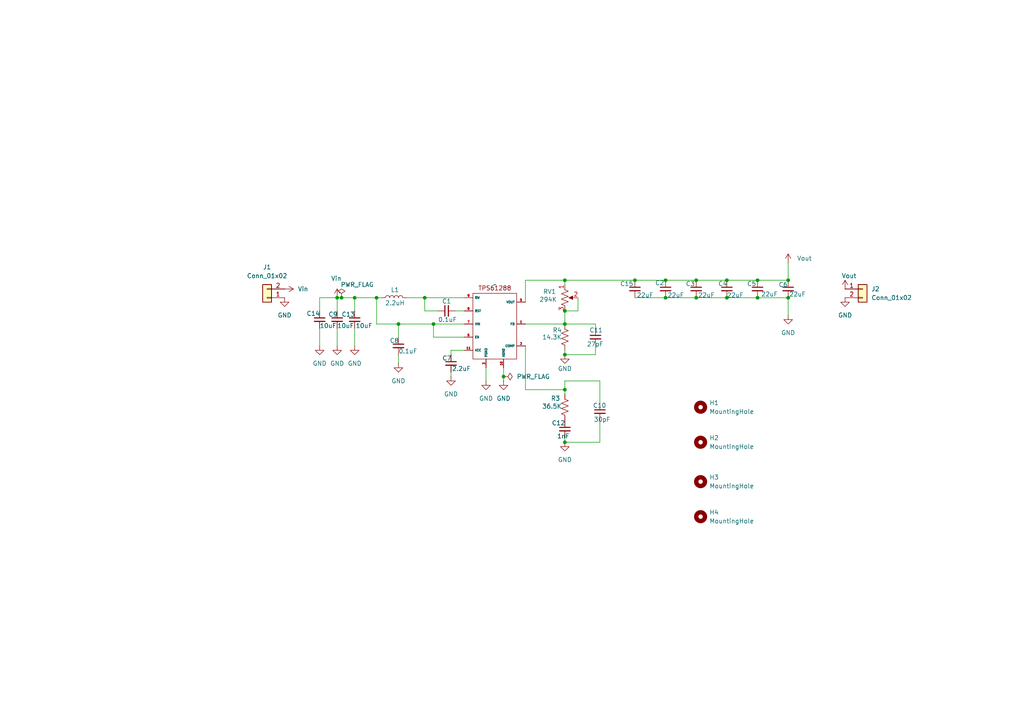
<source format=kicad_sch>
(kicad_sch (version 20250114) (generator "eeschema") (generator_version "9.0")
  (paper "A4")
  (title_block (title "Dc to Dc Booster") (date "2025-09-16") (rev "v.1") (company "BaTuTaS Tech") (comment 1 "Designed by: Batu") (comment 2 "Project: BT-DCB-01") (comment 3 "Revision: 1.0") (comment 4 "Prototype Only") (comment 5 "Simulation done") (comment 6 "Date: 16.09.2025"))
  (lib_symbols
    (symbol "Connector_Generic:Conn_01x02" (pin_names (offset 1.016) (hide yes))
      (property "Reference" "J" (at 0 2.54 0))
      (property "Value" "Conn_01x02" (at 0 -5.08 0))
      (symbol "Conn_01x02_1_1"
        (rectangle (start -1.27 1.27) (end 1.27 -3.81) (stroke (width 0.254)) (fill (type background)))
        (rectangle (start -1.27 0.127) (end 0 -0.127) (stroke (width 0.1524)))
        (rectangle (start -1.27 -2.413) (end 0 -2.667) (stroke (width 0.1524)))
        (pin passive line (at -5.08 0 0) (length 3.81) (name "Pin_1") (number "1"))
        (pin passive line (at -5.08 -2.54 0) (length 3.81) (name "Pin_2") (number "2"))
      )
    )
    (symbol "Device:C_Small" (pin_numbers (hide yes)) (pin_names (offset 0.254) (hide yes))
      (property "Reference" "C" (at 0.254 1.778 0))
      (property "Value" "C_Small" (at 0.254 -2.032 0))
      (symbol "C_Small_0_1"
        (polyline (pts (xy -1.524 0.508) (xy 1.524 0.508)) (stroke (width 0.3048)))
        (polyline (pts (xy -1.524 -0.508) (xy 1.524 -0.508)) (stroke (width 0.3302)))
      )
      (symbol "C_Small_1_1"
        (pin passive line (at 0 2.54 270) (length 2.032) (name "~") (number "1"))
        (pin passive line (at 0 -2.54 90) (length 2.032) (name "~") (number "2"))
      )
    )
    (symbol "Device:L" (pin_numbers (hide yes)) (pin_names (offset 1.016) (hide yes))
      (property "Reference" "L" (at -1.27 0 90))
      (property "Value" "L" (at 1.905 0 90))
      (symbol "L_0_1"
        (arc (start 0 2.54) (mid 0.6323 1.905) (end 0 1.27))
        (arc (start 0 1.27) (mid 0.6323 0.635) (end 0 0))
        (arc (start 0 0) (mid 0.6323 -0.635) (end 0 -1.27))
        (arc (start 0 -1.27) (mid 0.6323 -1.905) (end 0 -2.54))
      )
      (symbol "L_1_1"
        (pin passive line (at 0 3.81 270) (length 1.27) (name "1") (number "1"))
        (pin passive line (at 0 -3.81 90) (length 1.27) (name "2") (number "2"))
      )
    )
    (symbol "Device:R_Potentiometer_US" (pin_names (offset 1.016) (hide yes))
      (property "Reference" "RV" (at -4.445 0 90))
      (property "Value" "R_Potentiometer_US" (at -2.54 0 90))
      (symbol "R_Potentiometer_US_0_1"
        (polyline (pts (xy 0 2.54) (xy 0 2.286)))
        (polyline (pts (xy 0 2.286) (xy 1.016 1.905) (xy 0 1.524) (xy -1.016 1.143) (xy 0 0.762)))
        (polyline (pts (xy 0 0.762) (xy 1.016 0.381) (xy 0 0) (xy -1.016 -0.381) (xy 0 -0.762)))
        (polyline (pts (xy 0 -0.762) (xy 1.016 -1.143) (xy 0 -1.524) (xy -1.016 -1.905) (xy 0 -2.286)))
        (polyline (pts (xy 0 -2.286) (xy 0 -2.54)))
        (polyline (pts (xy 1.143 0) (xy 2.286 0.508) (xy 2.286 -0.508) (xy 1.143 0)) (fill (type outline)))
        (polyline (pts (xy 2.54 0) (xy 1.524 0)))
      )
      (symbol "R_Potentiometer_US_1_1"
        (pin passive line (at 0 3.81 270) (length 1.27) (name "1") (number "1"))
        (pin passive line (at 0 -3.81 90) (length 1.27) (name "3") (number "3"))
        (pin passive line (at 3.81 0 180) (length 1.27) (name "2") (number "2"))
      )
    )
    (symbol "Device:R_US" (pin_numbers (hide yes)) (pin_names (offset 0))
      (property "Reference" "R" (at 2.54 0 90))
      (property "Value" "R_US" (at -2.54 0 90))
      (symbol "R_US_0_1"
        (polyline (pts (xy 0 2.286) (xy 0 2.54)))
        (polyline (pts (xy 0 2.286) (xy 1.016 1.905) (xy 0 1.524) (xy -1.016 1.143) (xy 0 0.762)))
        (polyline (pts (xy 0 0.762) (xy 1.016 0.381) (xy 0 0) (xy -1.016 -0.381) (xy 0 -0.762)))
        (polyline (pts (xy 0 -0.762) (xy 1.016 -1.143) (xy 0 -1.524) (xy -1.016 -1.905) (xy 0 -2.286)))
        (polyline (pts (xy 0 -2.286) (xy 0 -2.54)))
      )
      (symbol "R_US_1_1"
        (pin passive line (at 0 3.81 270) (length 1.27) (name "~") (number "1"))
        (pin passive line (at 0 -3.81 90) (length 1.27) (name "~") (number "2"))
      )
    )
    (symbol "Mechanical:MountingHole" (pin_names (offset 1.016)) (in_bom no)
      (property "Reference" "H" (at 0 5.08 0))
      (property "Value" "MountingHole" (at 0 3.175 0))
      (symbol "MountingHole_0_1"
        (circle (center 0 0) (radius 1.27) (stroke (width 1.27)))
      )
    )
    (symbol "power:+15V" (power) (pin_numbers (hide yes)) (pin_names (offset 0) (hide yes))
      (property "Value" "+15V" (at 0 3.556 0))
      (symbol "+15V_0_1"
        (polyline (pts (xy -0.762 1.27) (xy 0 2.54)))
        (polyline (pts (xy 0 2.54) (xy 0.762 1.27)))
        (polyline (pts (xy 0 0) (xy 0 2.54)))
      )
      (symbol "+15V_1_1"
        (pin power_in line (at 0 0 90) (length 0) (name "~") (number "1"))
      )
    )
    (symbol "power:+5V" (power) (pin_numbers (hide yes)) (pin_names (offset 0) (hide yes))
      (property "Value" "+5V" (at 0 3.556 0))
      (symbol "+5V_0_1"
        (polyline (pts (xy -0.762 1.27) (xy 0 2.54)))
        (polyline (pts (xy 0 2.54) (xy 0.762 1.27)))
        (polyline (pts (xy 0 0) (xy 0 2.54)))
      )
      (symbol "+5V_1_1"
        (pin power_in line (at 0 0 90) (length 0) (name "~") (number "1"))
      )
    )
    (symbol "power:GND" (power) (pin_numbers (hide yes)) (pin_names (offset 0) (hide yes))
      (property "Value" "GND" (at 0 -3.81 0))
      (symbol "GND_0_1"
        (polyline (pts (xy 0 0) (xy 0 -1.27) (xy 1.27 -1.27) (xy 0 -2.54) (xy -1.27 -1.27) (xy 0 -1.27)))
      )
      (symbol "GND_1_1"
        (pin power_in line (at 0 0 270) (length 0) (name "~") (number "1"))
      )
    )
    (symbol "power:PWR_FLAG" (power) (pin_numbers (hide yes)) (pin_names (offset 0) (hide yes))
      (property "Value" "PWR_FLAG" (at 0 3.81 0))
      (symbol "PWR_FLAG_0_0"
        (pin power_out line (at 0 0 90) (length 0) (name "~") (number "1"))
      )
      (symbol "PWR_FLAG_0_1"
        (polyline (pts (xy 0 0) (xy 0 1.27) (xy -1.016 1.905) (xy 0 2.54) (xy 1.016 1.905) (xy 0 1.27)))
      )
    )
    (symbol "tpssembol:TPS61288"
      (symbol "TPS61288_0_1"
        (rectangle (start -6.35 8.89) (end 6.35 -10.16))
      )
      (symbol "TPS61288_1_1"
        (text "TPS61288\n" (at 0 10.414 0) (effects (font (size 1.27 1.27))))
        (pin passive line (at -8.89 7.62 0) (length 2.54) (name "SW") (number "4"))
        (pin passive line (at -8.89 7.62 0) (length 2.54) (name "SW") (number "9"))
        (pin passive line (at -8.89 3.81 0) (length 2.54) (name "BST") (number "8"))
        (pin power_in line (at -8.89 0 0) (length 2.54) (name "VIN") (number "7"))
        (pin input line (at -8.89 -3.81 0) (length 2.54) (name "EN") (number "6"))
        (pin power_out line (at -8.89 -7.62 0) (length 2.54) (name "VCC") (number "11"))
        (pin passive line (at -2.54 -12.7 90) (length 2.54) (name "PGND") (number "3"))
        (pin passive line (at 2.54 -12.7 90) (length 2.54) (name "AGND") (number "10"))
        (pin power_out line (at 8.89 6.35 180) (length 2.54) (name "VOUT") (number "5"))
        (pin input line (at 8.89 0 180) (length 2.54) (name "FB") (number "1"))
        (pin passive line (at 8.89 -6.35 180) (length 2.54) (name "COMP") (number "2"))
      )
    )
  )
  (junction (at 99.06 86.36))
  (junction (at 163.83 93.98))
  (junction (at 109.22 86.36))
  (junction (at 193.04 86.36))
  (junction (at 193.04 81.28))
  (junction (at 146.05 109.22))
  (junction (at 163.83 81.28))
  (junction (at 102.87 86.36))
  (junction (at 163.83 128.27))
  (junction (at 210.82 81.28))
  (junction (at 123.19 86.36))
  (junction (at 228.6 86.36))
  (junction (at 219.71 86.36))
  (junction (at 184.15 81.28))
  (junction (at 201.93 86.36))
  (junction (at 115.57 93.98))
  (junction (at 163.83 113.03))
  (junction (at 210.82 86.36))
  (junction (at 201.93 81.28))
  (junction (at 163.83 90.17))
  (junction (at 125.73 93.98))
  (junction (at 163.83 102.87))
  (junction (at 97.79 86.36))
  (junction (at 219.71 81.28))
  (junction (at 228.6 81.28))
  (wire (pts (xy 163.83 128.27) (xy 163.83 127)))
  (wire (pts (xy 228.6 76.2) (xy 228.6 81.28)))
  (wire (pts (xy 134.62 97.79) (xy 125.73 97.79)))
  (wire (pts (xy 173.99 110.49) (xy 163.83 110.49)))
  (wire (pts (xy 172.72 93.98) (xy 163.83 93.98)))
  (wire (pts (xy 152.4 87.63) (xy 152.4 81.28)))
  (wire (pts (xy 163.83 113.03) (xy 163.83 110.49)))
  (wire (pts (xy 146.05 109.22) (xy 146.05 106.68)))
  (wire (pts (xy 163.83 81.28) (xy 184.15 81.28)))
  (wire (pts (xy 152.4 81.28) (xy 163.83 81.28)))
  (wire (pts (xy 172.72 100.33) (xy 172.72 102.87)))
  (wire (pts (xy 163.83 82.55) (xy 163.83 81.28)))
  (wire (pts (xy 228.6 86.36) (xy 228.6 91.44)))
  (wire (pts (xy 130.81 101.6) (xy 130.81 102.87)))
  (wire (pts (xy 163.83 90.17) (xy 163.83 93.98)))
  (wire (pts (xy 152.4 93.98) (xy 163.83 93.98)))
  (wire (pts (xy 132.08 90.17) (xy 134.62 90.17)))
  (wire (pts (xy 173.99 121.92) (xy 173.99 128.27)))
  (wire (pts (xy 97.79 86.36) (xy 99.06 86.36)))
  (wire (pts (xy 146.05 110.49) (xy 146.05 109.22)))
  (wire (pts (xy 152.4 113.03) (xy 163.83 113.03)))
  (wire (pts (xy 140.97 106.68) (xy 140.97 110.49)))
  (wire (pts (xy 173.99 128.27) (xy 163.83 128.27)))
  (wire (pts (xy 109.22 86.36) (xy 110.49 86.36)))
  (wire (pts (xy 193.04 86.36) (xy 201.93 86.36)))
  (wire (pts (xy 115.57 93.98) (xy 109.22 93.98)))
  (wire (pts (xy 173.99 116.84) (xy 173.99 110.49)))
  (wire (pts (xy 125.73 93.98) (xy 115.57 93.98)))
  (wire (pts (xy 152.4 100.33) (xy 152.4 113.03)))
  (wire (pts (xy 115.57 97.79) (xy 115.57 93.98)))
  (wire (pts (xy 201.93 81.28) (xy 210.82 81.28)))
  (wire (pts (xy 163.83 114.3) (xy 163.83 113.03)))
  (wire (pts (xy 201.93 86.36) (xy 210.82 86.36)))
  (wire (pts (xy 134.62 93.98) (xy 125.73 93.98)))
  (wire (pts (xy 92.71 95.25) (xy 92.71 100.33)))
  (wire (pts (xy 125.73 97.79) (xy 125.73 93.98)))
  (wire (pts (xy 167.64 90.17) (xy 163.83 90.17)))
  (wire (pts (xy 109.22 93.98) (xy 109.22 86.36)))
  (wire (pts (xy 184.15 86.36) (xy 193.04 86.36)))
  (wire (pts (xy 219.71 86.36) (xy 228.6 86.36)))
  (wire (pts (xy 123.19 86.36) (xy 123.19 90.17)))
  (wire (pts (xy 92.71 86.36) (xy 97.79 86.36)))
  (wire (pts (xy 172.72 95.25) (xy 172.72 93.98)))
  (wire (pts (xy 118.11 86.36) (xy 123.19 86.36)))
  (wire (pts (xy 123.19 86.36) (xy 134.62 86.36)))
  (wire (pts (xy 184.15 81.28) (xy 193.04 81.28)))
  (wire (pts (xy 99.06 86.36) (xy 102.87 86.36)))
  (wire (pts (xy 102.87 86.36) (xy 109.22 86.36)))
  (wire (pts (xy 219.71 81.28) (xy 228.6 81.28)))
  (wire (pts (xy 167.64 86.36) (xy 167.64 90.17)))
  (wire (pts (xy 115.57 102.87) (xy 115.57 105.41)))
  (wire (pts (xy 97.79 90.17) (xy 97.79 86.36)))
  (wire (pts (xy 97.79 95.25) (xy 97.79 100.33)))
  (wire (pts (xy 210.82 86.36) (xy 219.71 86.36)))
  (wire (pts (xy 92.71 90.17) (xy 92.71 86.36)))
  (wire (pts (xy 123.19 90.17) (xy 127 90.17)))
  (wire (pts (xy 193.04 81.28) (xy 201.93 81.28)))
  (wire (pts (xy 130.81 109.22) (xy 130.81 107.95)))
  (wire (pts (xy 102.87 95.25) (xy 102.87 100.33)))
  (wire (pts (xy 210.82 81.28) (xy 219.71 81.28)))
  (wire (pts (xy 172.72 102.87) (xy 163.83 102.87)))
  (wire (pts (xy 163.83 102.87) (xy 163.83 101.6)))
  (wire (pts (xy 102.87 90.17) (xy 102.87 86.36)))
  (wire (pts (xy 134.62 101.6) (xy 130.81 101.6)))
  (symbol (lib_id "Device:L") (at 114.3 86.36 90) (unit 1)
    (property "Reference" "L1" (at 114.554 84.074 90))
    (property "Value" "2.2uH" (at 114.554 87.884 90))
    (property "Footprint" "TPS61288RQQR:IND_104CDMCCDS-2R2MC" (effects (hide yes)))
    (property "Datasheet" "https://products.sumida.com/products/pdf/104CDMCCDS.pdf" (effects (hide yes)))
    (property "Description" "Inductor" (effects (hide yes)))
  )
  (symbol (lib_id "power:GND") (at 82.55 86.36 0) (unit 1)
    (property "Reference" "#PWR013" (effects (hide yes)))
    (property "Value" "GND" (at 82.55 91.44 0))
    (property "Description" "Power symbol creates a global label with name \"GND\" , ground" (effects (hide yes)))
  )
  (symbol (lib_id "Mechanical:MountingHole") (at 203.2 149.86 0) (unit 1) (in_bom no)
    (property "Reference" "H4" (at 205.74 148.5899 0) (effects (justify left)))
    (property "Value" "MountingHole" (at 205.74 151.1299 0) (effects (justify left)))
    (property "Footprint" "MountingHole:MountingHole_2.2mm_M2_DIN965_Pad" (effects (hide yes)))
    (property "Description" "Mounting Hole without connection" (effects (hide yes)))
  )
  (symbol (lib_id "Device:C_Small") (at 184.15 83.82 0) (unit 1)
    (property "Reference" "C15" (at 179.832 82.296 0) (effects (justify left)))
    (property "Value" "22uF" (at 184.658 85.598 0) (effects (justify left)))
    (property "Footprint" "Capacitor_SMD:C_1206_3216Metric" (effects (hide yes)))
    (property "Datasheet" "https://content.kemet.com/datasheets/KEM_C1002_X7R_SMD.pdf" (effects (hide yes)))
    (property "Description" "Unpolarized capacitor, small symbol" (effects (hide yes)))
  )
  (symbol (lib_id "power:PWR_FLAG") (at 146.05 109.22 270) (unit 1)
    (property "Reference" "#FLG02" (effects (hide yes)))
    (property "Value" "PWR_FLAG" (at 149.86 109.2199 90) (effects (justify left)))
    (property "Description" "Special symbol for telling ERC where power comes from" (effects (hide yes)))
  )
  (symbol (lib_id "Device:R_US") (at 163.83 97.79 0) (unit 1)
    (property "Reference" "R4" (at 160.274 95.758 0) (effects (justify left)))
    (property "Value" "14.3K" (at 157.226 97.79 0) (effects (justify left)))
    (property "Footprint" "Resistor_SMD:R_0603_1608Metric" (effects (hide yes)))
    (property "Datasheet" "https://www.seielect.com/catalog/sei-rmcf_rmcp.pdf" (effects (hide yes)))
    (property "Description" "Resistor, US symbol" (effects (hide yes)))
  )
  (symbol (lib_id "Device:R_US") (at 163.83 118.11 0) (unit 1)
    (property "Reference" "R3" (at 159.766 115.57 0) (effects (justify left)))
    (property "Value" "36.5K" (at 157.226 117.856 0) (effects (justify left)))
    (property "Footprint" "Resistor_SMD:R_0603_1608Metric" (effects (hide yes)))
    (property "Datasheet" "https://industrial.panasonic.com/cdbs/www-data/pdf/RDA0000/AOA0000C304.pdf" (effects (hide yes)))
    (property "Description" "Resistor, US symbol" (effects (hide yes)))
  )
  (symbol (lib_id "Device:C_Small") (at 130.81 105.41 0) (unit 1)
    (property "Reference" "C7" (at 128.27 103.886 0) (effects (justify left)))
    (property "Value" "2.2uF" (at 131.064 106.934 0) (effects (justify left)))
    (property "Footprint" "Capacitor_SMD:C_0805_2012Metric" (effects (hide yes)))
    (property "Datasheet" "https://www.yageogroup.com/content/datasheet/asset/file/KEM_C1003_C0G_SMD" (effects (hide yes)))
    (property "Description" "Unpolarized capacitor, small symbol" (effects (hide yes)))
  )
  (symbol (lib_id "Mechanical:MountingHole") (at 203.2 128.27 0) (unit 1) (in_bom no)
    (property "Reference" "H2" (at 205.74 126.9999 0) (effects (justify left)))
    (property "Value" "MountingHole" (at 205.74 129.5399 0) (effects (justify left)))
    (property "Footprint" "MountingHole:MountingHole_2.2mm_M2_DIN965_Pad" (effects (hide yes)))
    (property "Description" "Mounting Hole without connection" (effects (hide yes)))
  )
  (symbol (lib_id "power:GND") (at 163.83 128.27 0) (unit 1)
    (property "Reference" "#PWR08" (effects (hide yes)))
    (property "Value" "GND" (at 163.83 133.35 0))
    (property "Description" "Power symbol creates a global label with name \"GND\" , ground" (effects (hide yes)))
  )
  (symbol (lib_id "power:GND") (at 163.83 102.87 0) (unit 1)
    (property "Reference" "#PWR07" (effects (hide yes)))
    (property "Value" "GND" (at 163.83 106.934 0))
    (property "Description" "Power symbol creates a global label with name \"GND\" , ground" (effects (hide yes)))
  )
  (symbol (lib_id "Connector_Generic:Conn_01x02") (at 77.47 86.36 180) (unit 1)
    (property "Reference" "J1" (at 77.47 77.47 0))
    (property "Value" "Conn_01x02" (at 77.47 80.01 0))
    (property "Footprint" "Connector_PinHeader_2.54mm:PinHeader_1x02_P2.54mm_Vertical" (effects (hide yes)))
    (property "Description" "Generic connector, single row, 01x02, script generated (kicad-library-utils/schlib/autogen/connector/)" (effects (hide yes)))
  )
  (symbol (lib_id "Device:C_Small") (at 92.71 92.71 0) (unit 1)
    (property "Reference" "C14" (at 88.9 90.932 0) (effects (justify left)))
    (property "Value" "10uF" (at 92.71 94.488 0) (effects (justify left)))
    (property "Footprint" "Capacitor_SMD:C_0805_2012Metric" (effects (hide yes)))
    (property "Datasheet" "https://www.yageogroup.com/content/datasheet/asset/file/KEM_C1076_X7R_HV_AUTO_SMD" (effects (hide yes)))
    (property "Description" "Unpolarized capacitor, small symbol" (effects (hide yes)))
  )
  (symbol (lib_id "power:+15V") (at 228.6 76.2 0) (unit 1)
    (property "Reference" "#PWR010" (effects (hide yes)))
    (property "Value" "Vout" (at 231.14 74.9299 0) (effects (justify left)))
    (property "Description" "Power symbol creates a global label with name \"+15V\"" (effects (hide yes)))
  )
  (symbol (lib_id "Device:C_Small") (at 210.82 83.82 0) (unit 1)
    (property "Reference" "C4" (at 208.28 82.296 0) (effects (justify left)))
    (property "Value" "22uF" (at 210.82 85.598 0) (effects (justify left)))
    (property "Footprint" "Capacitor_SMD:C_1206_3216Metric" (effects (hide yes)))
    (property "Datasheet" "https://content.kemet.com/datasheets/KEM_C1002_X7R_SMD.pdf" (effects (hide yes)))
    (property "Description" "Unpolarized capacitor, small symbol" (effects (hide yes)))
  )
  (symbol (lib_id "tpssembol:TPS61288") (at 143.51 93.98 0) (unit 1)
    (property "Reference" "TPS1" (effects (hide yes)))
    (property "Value" "~" (at 143.51 82.55 0))
    (property "Footprint" "TPS61288RQQR:CONV_TPS61288LRQQR" (effects (hide yes)))
    (property "Datasheet" "https://www.ti.com/lit/ds/symlink/tps61288.pdf" (effects (hide yes)))
  )
  (symbol (lib_id "power:GND") (at 102.87 100.33 0) (unit 1)
    (property "Reference" "#PWR015" (effects (hide yes)))
    (property "Value" "GND" (at 102.87 105.41 0))
    (property "Description" "Power symbol creates a global label with name \"GND\" , ground" (effects (hide yes)))
  )
  (symbol (lib_id "power:GND") (at 245.11 86.36 0) (unit 1)
    (property "Reference" "#PWR014" (effects (hide yes)))
    (property "Value" "GND" (at 245.11 91.44 0))
    (property "Description" "Power symbol creates a global label with name \"GND\" , ground" (effects (hide yes)))
  )
  (symbol (lib_id "power:GND") (at 140.97 110.49 0) (unit 1)
    (property "Reference" "#PWR05" (effects (hide yes)))
    (property "Value" "GND" (at 140.97 115.57 0))
    (property "Description" "Power symbol creates a global label with name \"GND\" , ground" (effects (hide yes)))
  )
  (symbol (lib_id "power:GND") (at 130.81 109.22 0) (unit 1)
    (property "Reference" "#PWR04" (effects (hide yes)))
    (property "Value" "GND" (at 130.81 114.3 0))
    (property "Description" "Power symbol creates a global label with name \"GND\" , ground" (effects (hide yes)))
  )
  (symbol (lib_id "power:GND") (at 115.57 105.41 0) (unit 1)
    (property "Reference" "#PWR03" (effects (hide yes)))
    (property "Value" "GND" (at 115.57 110.49 0))
    (property "Description" "Power symbol creates a global label with name \"GND\" , ground" (effects (hide yes)))
  )
  (symbol (lib_id "Device:C_Small") (at 97.79 92.71 0) (unit 1)
    (property "Reference" "C9" (at 95.25 91.186 0) (effects (justify left)))
    (property "Value" "10uF" (at 97.79 94.488 0) (effects (justify left)))
    (property "Footprint" "Capacitor_SMD:C_0805_2012Metric" (effects (hide yes)))
    (property "Datasheet" "https://www.yageogroup.com/content/datasheet/asset/file/KEM_C1076_X7R_HV_AUTO_SMD" (effects (hide yes)))
    (property "Description" "Unpolarized capacitor, small symbol" (effects (hide yes)))
  )
  (symbol (lib_id "power:GND") (at 97.79 100.33 0) (unit 1)
    (property "Reference" "#PWR02" (effects (hide yes)))
    (property "Value" "GND" (at 97.79 105.41 0))
    (property "Description" "Power symbol creates a global label with name \"GND\" , ground" (effects (hide yes)))
  )
  (symbol (lib_id "Device:R_Potentiometer_US") (at 163.83 86.36 0) (unit 1)
    (property "Reference" "RV1" (at 161.29 84.582 0) (effects (justify right)))
    (property "Value" "294K" (at 161.544 86.868 0) (effects (justify right)))
    (property "Footprint" "TPS61288RQQR:TRIM_3362P-1-304LF" (effects (hide yes)))
    (property "Datasheet" "https://www.bourns.com/docs/Product-Datasheets/3362.pdf" (effects (hide yes)))
    (property "Description" "Potentiometer, US symbol" (effects (hide yes)))
  )
  (symbol (lib_id "Device:C_Small") (at 193.04 83.82 0) (unit 1)
    (property "Reference" "C2" (at 189.992 82.042 0) (effects (justify left)))
    (property "Value" "22uF" (at 193.548 85.598 0) (effects (justify left)))
    (property "Footprint" "Capacitor_SMD:C_1206_3216Metric" (effects (hide yes)))
    (property "Datasheet" "https://content.kemet.com/datasheets/KEM_C1002_X7R_SMD.pdf" (effects (hide yes)))
    (property "Description" "Unpolarized capacitor, small symbol" (effects (hide yes)))
  )
  (symbol (lib_id "Device:C_Small") (at 102.87 92.71 0) (unit 1)
    (property "Reference" "C13" (at 99.06 91.186 0) (effects (justify left)))
    (property "Value" "10uF" (at 103.124 94.488 0) (effects (justify left)))
    (property "Footprint" "Capacitor_SMD:C_0805_2012Metric" (effects (hide yes)))
    (property "Datasheet" "https://www.yageogroup.com/content/datasheet/asset/file/KEM_C1076_X7R_HV_AUTO_SMD" (effects (hide yes)))
    (property "Description" "Unpolarized capacitor, small symbol" (effects (hide yes)))
  )
  (symbol (lib_id "Device:C_Small") (at 201.93 83.82 0) (unit 1)
    (property "Reference" "C3" (at 198.882 82.296 0) (effects (justify left)))
    (property "Value" "22uF" (at 202.438 85.598 0) (effects (justify left)))
    (property "Footprint" "Capacitor_SMD:C_1206_3216Metric" (effects (hide yes)))
    (property "Datasheet" "https://content.kemet.com/datasheets/KEM_C1002_X7R_SMD.pdf" (effects (hide yes)))
    (property "Description" "Unpolarized capacitor, small symbol" (effects (hide yes)))
  )
  (symbol (lib_id "power:GND") (at 228.6 91.44 0) (unit 1)
    (property "Reference" "#PWR09" (effects (hide yes)))
    (property "Value" "GND" (at 228.6 96.52 0))
    (property "Description" "Power symbol creates a global label with name \"GND\" , ground" (effects (hide yes)))
  )
  (symbol (lib_id "power:+5V") (at 82.55 83.82 270) (unit 1)
    (property "Reference" "#PWR012" (effects (hide yes)))
    (property "Value" "Vin" (at 86.36 83.8199 90) (effects (justify left)))
    (property "Description" "Power symbol creates a global label with name \"+5V\"" (effects (hide yes)))
  )
  (symbol (lib_id "Device:C_Small") (at 115.57 100.33 0) (unit 1)
    (property "Reference" "C8" (at 113.03 98.806 0) (effects (justify left)))
    (property "Value" "0.1uF" (at 115.57 101.854 0) (effects (justify left)))
    (property "Footprint" "Capacitor_SMD:C_0603_1608Metric" (effects (hide yes)))
    (property "Datasheet" "https://content.kemet.com/datasheets/KEM_C1003_C0G_SMD.pdf" (effects (hide yes)))
    (property "Description" "Unpolarized capacitor, small symbol" (effects (hide yes)))
  )
  (symbol (lib_id "power:GND") (at 92.71 100.33 0) (unit 1)
    (property "Reference" "#PWR016" (effects (hide yes)))
    (property "Value" "GND" (at 92.71 105.41 0))
    (property "Description" "Power symbol creates a global label with name \"GND\" , ground" (effects (hide yes)))
  )
  (symbol (lib_id "Device:C_Small") (at 219.71 83.82 0) (unit 1)
    (property "Reference" "C5" (at 216.662 82.296 0) (effects (justify left)))
    (property "Value" "22uF" (at 220.726 85.344 0) (effects (justify left)))
    (property "Footprint" "Capacitor_SMD:C_1206_3216Metric" (effects (hide yes)))
    (property "Datasheet" "https://content.kemet.com/datasheets/KEM_C1002_X7R_SMD.pdf" (effects (hide yes)))
    (property "Description" "Unpolarized capacitor, small symbol" (effects (hide yes)))
  )
  (symbol (lib_id "power:+15V") (at 245.11 83.82 0) (unit 1)
    (property "Reference" "#PWR011" (effects (hide yes)))
    (property "Value" "Vout" (at 244.094 80.01 0) (effects (justify left)))
    (property "Description" "Power symbol creates a global label with name \"+15V\"" (effects (hide yes)))
  )
  (symbol (lib_id "Device:C_Small") (at 163.83 124.46 0) (unit 1)
    (property "Reference" "C12" (at 160.02 122.682 0) (effects (justify left)))
    (property "Value" "1nF" (at 161.544 126.492 0) (effects (justify left)))
    (property "Footprint" "Capacitor_SMD:C_0603_1608Metric" (effects (hide yes)))
    (property "Datasheet" "https://www.yageogroup.com/content/datasheet/asset/file/KEM_C1002_X7R_SMD" (effects (hide yes)))
    (property "Description" "Unpolarized capacitor, small symbol" (effects (hide yes)))
  )
  (symbol (lib_id "Device:C_Small") (at 228.6 83.82 0) (unit 1)
    (property "Reference" "C6" (at 225.806 82.55 0) (effects (justify left)))
    (property "Value" "22uF" (at 228.854 85.344 0) (effects (justify left)))
    (property "Footprint" "Capacitor_SMD:C_1206_3216Metric" (effects (hide yes)))
    (property "Datasheet" "https://content.kemet.com/datasheets/KEM_C1002_X7R_SMD.pdf" (effects (hide yes)))
    (property "Description" "Unpolarized capacitor, small symbol" (effects (hide yes)))
  )
  (symbol (lib_id "power:PWR_FLAG") (at 99.06 86.36 0) (unit 1)
    (property "Reference" "#FLG01" (effects (hide yes)))
    (property "Value" "PWR_FLAG" (at 103.632 82.55 0))
    (property "Description" "Special symbol for telling ERC where power comes from" (effects (hide yes)))
  )
  (symbol (lib_id "Mechanical:MountingHole") (at 203.2 118.11 0) (unit 1) (in_bom no)
    (property "Reference" "H1" (at 205.74 116.8399 0) (effects (justify left)))
    (property "Value" "MountingHole" (at 205.74 119.3799 0) (effects (justify left)))
    (property "Footprint" "MountingHole:MountingHole_2.2mm_M2_DIN965_Pad" (effects (hide yes)))
    (property "Description" "Mounting Hole without connection" (effects (hide yes)))
  )
  (symbol (lib_id "Device:C_Small") (at 172.72 97.79 0) (unit 1)
    (property "Reference" "C11" (at 170.942 95.758 0) (effects (justify left)))
    (property "Value" "27pF" (at 170.18 99.822 0) (effects (justify left)))
    (property "Footprint" "Capacitor_SMD:C_0603_1608Metric" (effects (hide yes)))
    (property "Datasheet" "https://www.johansondielectrics.com/search/pn-pdf/QSCP251Q270G1GV001T/" (effects (hide yes)))
    (property "Description" "Unpolarized capacitor, small symbol" (effects (hide yes)))
  )
  (symbol (lib_id "power:+5V") (at 97.79 86.36 0) (unit 1)
    (property "Reference" "#PWR01" (effects (hide yes)))
    (property "Value" "Vin" (at 97.536 80.772 0))
    (property "Description" "Power symbol creates a global label with name \"+5V\"" (effects (hide yes)))
  )
  (symbol (lib_id "Connector_Generic:Conn_01x02") (at 250.19 83.82 0) (unit 1)
    (property "Reference" "J2" (at 252.73 83.8199 0) (effects (justify left)))
    (property "Value" "Conn_01x02" (at 252.73 86.3599 0) (effects (justify left)))
    (property "Footprint" "Connector_PinHeader_2.54mm:PinHeader_1x02_P2.54mm_Vertical" (effects (hide yes)))
    (property "Description" "Generic connector, single row, 01x02, script generated (kicad-library-utils/schlib/autogen/connector/)" (effects (hide yes)))
  )
  (symbol (lib_id "power:GND") (at 146.05 110.49 0) (unit 1)
    (property "Reference" "#PWR06" (effects (hide yes)))
    (property "Value" "GND" (at 146.05 115.57 0))
    (property "Description" "Power symbol creates a global label with name \"GND\" , ground" (effects (hide yes)))
  )
  (symbol (lib_id "Device:C_Small") (at 173.99 119.38 0) (unit 1)
    (property "Reference" "C10" (at 171.958 117.602 0) (effects (justify left)))
    (property "Value" "30pF" (at 172.212 121.666 0) (effects (justify left)))
    (property "Footprint" "Capacitor_SMD:C_0603_1608Metric" (effects (hide yes)))
    (property "Datasheet" "https://datasheets.kyocera-avx.com/600S.pdf" (effects (hide yes)))
    (property "Description" "Unpolarized capacitor, small symbol" (effects (hide yes)))
  )
  (symbol (lib_id "Mechanical:MountingHole") (at 203.2 139.7 0) (unit 1) (in_bom no)
    (property "Reference" "H3" (at 205.74 138.4299 0) (effects (justify left)))
    (property "Value" "MountingHole" (at 205.74 140.9699 0) (effects (justify left)))
    (property "Footprint" "MountingHole:MountingHole_2.2mm_M2_DIN965_Pad" (effects (hide yes)))
    (property "Description" "Mounting Hole without connection" (effects (hide yes)))
  )
  (symbol (lib_id "Device:C_Small") (at 129.54 90.17 90) (unit 1)
    (property "Reference" "C1" (at 129.54 87.376 90))
    (property "Value" "0.1uF" (at 129.794 92.71 90))
    (property "Footprint" "Capacitor_SMD:C_0603_1608Metric" (effects (hide yes)))
    (property "Datasheet" "https://content.kemet.com/datasheets/KEM_C1003_C0G_SMD.pdf" (effects (hide yes)))
    (property "Description" "Unpolarized capacitor, small symbol" (effects (hide yes)))
  )
)
</source>
